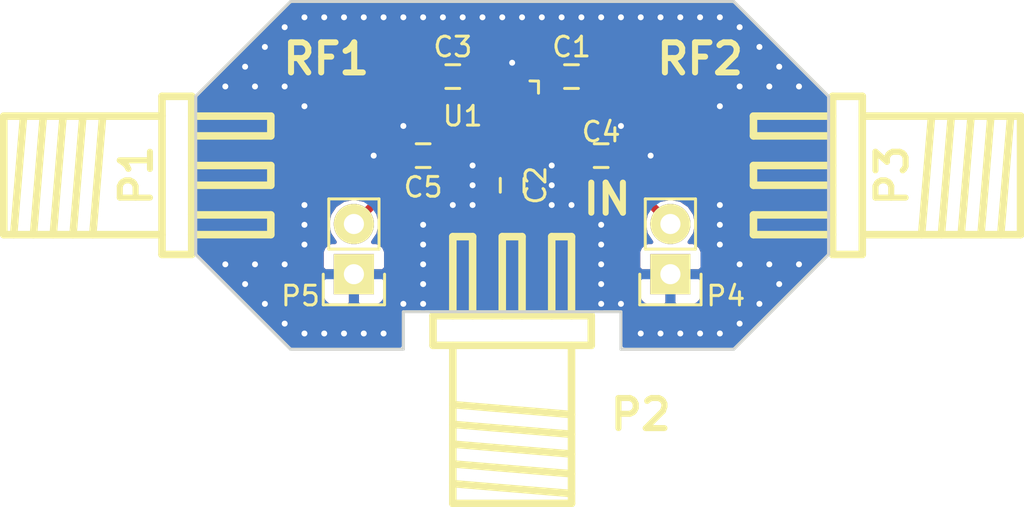
<source format=kicad_pcb>
(kicad_pcb (version 4) (host pcbnew 4.0.2+dfsg1-stable)

  (general
    (links 32)
    (no_connects 0)
    (area 118.909499 95.099999 171.090501 120.990501)
    (thickness 1.6)
    (drawings 12)
    (tracks 235)
    (zones 0)
    (modules 11)
    (nets 10)
  )

  (page A4)
  (layers
    (0 F.Cu signal)
    (31 B.Cu signal)
    (32 B.Adhes user)
    (33 F.Adhes user)
    (34 B.Paste user hide)
    (35 F.Paste user hide)
    (36 B.SilkS user)
    (37 F.SilkS user)
    (38 B.Mask user)
    (39 F.Mask user)
    (40 Dwgs.User user)
    (41 Cmts.User user)
    (42 Eco1.User user)
    (43 Eco2.User user)
    (44 Edge.Cuts user)
    (45 Margin user)
    (46 B.CrtYd user)
    (47 F.CrtYd user)
    (48 B.Fab user hide)
    (49 F.Fab user hide)
  )

  (setup
    (last_trace_width 1)
    (user_trace_width 0.4)
    (user_trace_width 1)
    (trace_clearance 0.2)
    (zone_clearance 0.2)
    (zone_45_only yes)
    (trace_min 0.2)
    (segment_width 0.2)
    (edge_width 0.15)
    (via_size 0.7)
    (via_drill 0.3)
    (via_min_size 0.4)
    (via_min_drill 0.3)
    (user_via 1 0.4)
    (uvia_size 0.3)
    (uvia_drill 0.1)
    (uvias_allowed no)
    (uvia_min_size 0.2)
    (uvia_min_drill 0.1)
    (pcb_text_width 0.3)
    (pcb_text_size 1.5 1.5)
    (mod_edge_width 0.15)
    (mod_text_size 1 1)
    (mod_text_width 0.15)
    (pad_size 1.524 4.064)
    (pad_drill 0)
    (pad_to_mask_clearance 0.2)
    (aux_axis_origin 129 113)
    (visible_elements FFFFFF7F)
    (pcbplotparams
      (layerselection 0x010f0_80000001)
      (usegerberextensions false)
      (excludeedgelayer true)
      (linewidth 0.100000)
      (plotframeref false)
      (viasonmask false)
      (mode 1)
      (useauxorigin true)
      (hpglpennumber 1)
      (hpglpenspeed 20)
      (hpglpendiameter 15)
      (hpglpenoverlay 2)
      (psnegative false)
      (psa4output false)
      (plotreference true)
      (plotvalue true)
      (plotinvisibletext false)
      (padsonsilk false)
      (subtractmaskfromsilk false)
      (outputformat 1)
      (mirror false)
      (drillshape 0)
      (scaleselection 1)
      (outputdirectory gerber))
  )

  (net 0 "")
  (net 1 GND)
  (net 2 "Net-(C1-Pad1)")
  (net 3 "Net-(C3-Pad1)")
  (net 4 "Net-(C2-Pad1)")
  (net 5 "Net-(C1-Pad2)")
  (net 6 "Net-(C2-Pad2)")
  (net 7 "Net-(C3-Pad2)")
  (net 8 VC1)
  (net 9 VC2)

  (net_class Default "This is the default net class."
    (clearance 0.2)
    (trace_width 0.2)
    (via_dia 0.7)
    (via_drill 0.3)
    (uvia_dia 0.3)
    (uvia_drill 0.1)
    (add_net GND)
    (add_net "Net-(C1-Pad1)")
    (add_net "Net-(C1-Pad2)")
    (add_net "Net-(C2-Pad1)")
    (add_net "Net-(C2-Pad2)")
    (add_net "Net-(C3-Pad1)")
    (add_net "Net-(C3-Pad2)")
    (add_net VC1)
    (add_net VC2)
  )

  (module Microwave:CON-SMA-EDGE (layer F.Cu) (tedit 58D54585) (tstamp 58D2DC1C)
    (at 158.7 104 90)
    (path /58D2C25A)
    (fp_text reference P3 (at 0 5.5 270) (layer F.SilkS)
      (effects (font (thickness 0.3048)))
    )
    (fp_text value RF2 (at 5.9 -4.2 180) (layer F.SilkS)
      (effects (font (thickness 0.3048)))
    )
    (fp_line (start 3 9.5) (end -3 9) (layer F.SilkS) (width 0.381))
    (fp_line (start -3 8) (end 3 8.5) (layer F.SilkS) (width 0.381))
    (fp_line (start 3 7.5) (end -3 7) (layer F.SilkS) (width 0.381))
    (fp_line (start -4 4) (end -4.0005 2.49936) (layer F.SilkS) (width 0.381))
    (fp_line (start 4 4) (end 4.0005 2.49936) (layer F.SilkS) (width 0.381))
    (fp_line (start -4 4) (end 4 4) (layer F.SilkS) (width 0.381))
    (fp_line (start 1.99898 2.49936) (end 1.99898 -1.50114) (layer F.SilkS) (width 0.381))
    (fp_line (start 1.99898 -1.50114) (end 2.99974 -1.50114) (layer F.SilkS) (width 0.381))
    (fp_line (start 2.99974 -1.50114) (end 2.99974 2.49936) (layer F.SilkS) (width 0.381))
    (fp_line (start -0.50038 2.49936) (end -0.50038 -1.50114) (layer F.SilkS) (width 0.381))
    (fp_line (start -0.50038 -1.50114) (end 0.50038 -1.50114) (layer F.SilkS) (width 0.381))
    (fp_line (start 0.50038 -1.50114) (end 0.50038 2.49936) (layer F.SilkS) (width 0.381))
    (fp_line (start -2.99974 2.49936) (end -2.99974 -1.50114) (layer F.SilkS) (width 0.381))
    (fp_line (start -2.99974 -1.50114) (end -1.99898 -1.50114) (layer F.SilkS) (width 0.381))
    (fp_line (start -1.99898 -1.50114) (end -1.99898 2.49936) (layer F.SilkS) (width 0.381))
    (fp_line (start -3 12) (end -3 4) (layer F.SilkS) (width 0.381))
    (fp_line (start -4.0005 2.49936) (end 4.0005 2.49936) (layer F.SilkS) (width 0.381))
    (fp_line (start 3 4) (end 3 12) (layer F.SilkS) (width 0.381))
    (fp_line (start 3 12) (end -3 12) (layer F.SilkS) (width 0.381))
    (fp_line (start 3 10.5) (end -3 10) (layer F.SilkS) (width 0.381))
    (fp_line (start 3 11.5) (end -3 11) (layer F.SilkS) (width 0.381))
    (pad 1 smd rect (at 0 0 90) (size 1.524 4.064) (layers F.Cu F.Paste F.Mask)
      (net 5 "Net-(C1-Pad2)"))
    (pad 2 smd rect (at -2.77 0 90) (size 1.524 4.064) (layers F.Cu F.Paste F.Mask)
      (net 1 GND))
    (pad 2 smd rect (at 2.77 0 90) (size 1.524 4.064) (layers F.Cu F.Paste F.Mask)
      (net 1 GND))
    (pad 2 smd rect (at -2.77 0 90) (size 1.524 4.064) (layers B.Cu B.Paste B.Mask)
      (net 1 GND) (zone_connect 2))
    (pad 2 smd rect (at 2.77 0 90) (size 1.524 4.064) (layers B.Cu B.Paste B.Mask)
      (net 1 GND) (zone_connect 2))
  )

  (module Microwave:CON-SMA-EDGE (layer F.Cu) (tedit 58D54596) (tstamp 58D2DBFF)
    (at 131.3 104 270)
    (path /58D2C13B)
    (fp_text reference P1 (at 0 5.3 450) (layer F.SilkS)
      (effects (font (thickness 0.3048)))
    )
    (fp_text value RF1 (at -5.9 -4.3 360) (layer F.SilkS)
      (effects (font (thickness 0.3048)))
    )
    (fp_line (start 3 9.5) (end -3 9) (layer F.SilkS) (width 0.381))
    (fp_line (start -3 8) (end 3 8.5) (layer F.SilkS) (width 0.381))
    (fp_line (start 3 7.5) (end -3 7) (layer F.SilkS) (width 0.381))
    (fp_line (start -4 4) (end -4.0005 2.49936) (layer F.SilkS) (width 0.381))
    (fp_line (start 4 4) (end 4.0005 2.49936) (layer F.SilkS) (width 0.381))
    (fp_line (start -4 4) (end 4 4) (layer F.SilkS) (width 0.381))
    (fp_line (start 1.99898 2.49936) (end 1.99898 -1.50114) (layer F.SilkS) (width 0.381))
    (fp_line (start 1.99898 -1.50114) (end 2.99974 -1.50114) (layer F.SilkS) (width 0.381))
    (fp_line (start 2.99974 -1.50114) (end 2.99974 2.49936) (layer F.SilkS) (width 0.381))
    (fp_line (start -0.50038 2.49936) (end -0.50038 -1.50114) (layer F.SilkS) (width 0.381))
    (fp_line (start -0.50038 -1.50114) (end 0.50038 -1.50114) (layer F.SilkS) (width 0.381))
    (fp_line (start 0.50038 -1.50114) (end 0.50038 2.49936) (layer F.SilkS) (width 0.381))
    (fp_line (start -2.99974 2.49936) (end -2.99974 -1.50114) (layer F.SilkS) (width 0.381))
    (fp_line (start -2.99974 -1.50114) (end -1.99898 -1.50114) (layer F.SilkS) (width 0.381))
    (fp_line (start -1.99898 -1.50114) (end -1.99898 2.49936) (layer F.SilkS) (width 0.381))
    (fp_line (start -3 12) (end -3 4) (layer F.SilkS) (width 0.381))
    (fp_line (start -4.0005 2.49936) (end 4.0005 2.49936) (layer F.SilkS) (width 0.381))
    (fp_line (start 3 4) (end 3 12) (layer F.SilkS) (width 0.381))
    (fp_line (start 3 12) (end -3 12) (layer F.SilkS) (width 0.381))
    (fp_line (start 3 10.5) (end -3 10) (layer F.SilkS) (width 0.381))
    (fp_line (start 3 11.5) (end -3 11) (layer F.SilkS) (width 0.381))
    (pad 1 smd rect (at 0 0 270) (size 1.524 4.064) (layers F.Cu F.Paste F.Mask)
      (net 3 "Net-(C3-Pad1)"))
    (pad 2 smd rect (at -2.77 0 270) (size 1.524 4.064) (layers F.Cu F.Paste F.Mask)
      (net 1 GND))
    (pad 2 smd rect (at 2.77 0 270) (size 1.524 4.064) (layers F.Cu F.Paste F.Mask)
      (net 1 GND))
    (pad 2 smd rect (at -2.77 0 270) (size 1.524 4.064) (layers B.Cu B.Paste B.Mask)
      (net 1 GND) (zone_connect 2))
    (pad 2 smd rect (at 2.77 0 270) (size 1.524 4.064) (layers B.Cu B.Paste B.Mask)
      (net 1 GND) (zone_connect 2))
  )

  (module Capacitors_SMD:C_0603_HandSoldering (layer F.Cu) (tedit 541A9B4D) (tstamp 58D664C4)
    (at 148 99)
    (descr "Capacitor SMD 0603, hand soldering")
    (tags "capacitor 0603")
    (path /58D54398)
    (attr smd)
    (fp_text reference C1 (at 0 -1.5) (layer F.SilkS)
      (effects (font (size 1 1) (thickness 0.15)))
    )
    (fp_text value 1n (at 0 1.9) (layer F.Fab)
      (effects (font (size 1 1) (thickness 0.15)))
    )
    (fp_line (start -1.85 -0.75) (end 1.85 -0.75) (layer F.CrtYd) (width 0.05))
    (fp_line (start -1.85 0.75) (end 1.85 0.75) (layer F.CrtYd) (width 0.05))
    (fp_line (start -1.85 -0.75) (end -1.85 0.75) (layer F.CrtYd) (width 0.05))
    (fp_line (start 1.85 -0.75) (end 1.85 0.75) (layer F.CrtYd) (width 0.05))
    (fp_line (start -0.35 -0.6) (end 0.35 -0.6) (layer F.SilkS) (width 0.15))
    (fp_line (start 0.35 0.6) (end -0.35 0.6) (layer F.SilkS) (width 0.15))
    (pad 1 smd rect (at -0.95 0) (size 1.2 0.75) (layers F.Cu F.Paste F.Mask)
      (net 2 "Net-(C1-Pad1)"))
    (pad 2 smd rect (at 0.95 0) (size 1.2 0.75) (layers F.Cu F.Paste F.Mask)
      (net 5 "Net-(C1-Pad2)"))
    (model Capacitors_SMD.3dshapes/C_0603_HandSoldering.wrl
      (at (xyz 0 0 0))
      (scale (xyz 1 1 1))
      (rotate (xyz 0 0 0))
    )
  )

  (module Capacitors_SMD:C_0603_HandSoldering (layer F.Cu) (tedit 541A9B4D) (tstamp 58D664CA)
    (at 145 104.5 270)
    (descr "Capacitor SMD 0603, hand soldering")
    (tags "capacitor 0603")
    (path /58D66CDB)
    (attr smd)
    (fp_text reference C2 (at 0 -1.2 270) (layer F.SilkS)
      (effects (font (size 1 1) (thickness 0.15)))
    )
    (fp_text value 1n (at 0 1.9 270) (layer F.Fab)
      (effects (font (size 1 1) (thickness 0.15)))
    )
    (fp_line (start -1.85 -0.75) (end 1.85 -0.75) (layer F.CrtYd) (width 0.05))
    (fp_line (start -1.85 0.75) (end 1.85 0.75) (layer F.CrtYd) (width 0.05))
    (fp_line (start -1.85 -0.75) (end -1.85 0.75) (layer F.CrtYd) (width 0.05))
    (fp_line (start 1.85 -0.75) (end 1.85 0.75) (layer F.CrtYd) (width 0.05))
    (fp_line (start -0.35 -0.6) (end 0.35 -0.6) (layer F.SilkS) (width 0.15))
    (fp_line (start 0.35 0.6) (end -0.35 0.6) (layer F.SilkS) (width 0.15))
    (pad 1 smd rect (at -0.95 0 270) (size 1.2 0.75) (layers F.Cu F.Paste F.Mask)
      (net 4 "Net-(C2-Pad1)"))
    (pad 2 smd rect (at 0.95 0 270) (size 1.2 0.75) (layers F.Cu F.Paste F.Mask)
      (net 6 "Net-(C2-Pad2)"))
    (model Capacitors_SMD.3dshapes/C_0603_HandSoldering.wrl
      (at (xyz 0 0 0))
      (scale (xyz 1 1 1))
      (rotate (xyz 0 0 0))
    )
  )

  (module Capacitors_SMD:C_0603_HandSoldering (layer F.Cu) (tedit 541A9B4D) (tstamp 58D664D0)
    (at 142 99)
    (descr "Capacitor SMD 0603, hand soldering")
    (tags "capacitor 0603")
    (path /58D66464)
    (attr smd)
    (fp_text reference C3 (at 0 -1.5) (layer F.SilkS)
      (effects (font (size 1 1) (thickness 0.15)))
    )
    (fp_text value 1n (at 0 1.9) (layer F.Fab)
      (effects (font (size 1 1) (thickness 0.15)))
    )
    (fp_line (start -1.85 -0.75) (end 1.85 -0.75) (layer F.CrtYd) (width 0.05))
    (fp_line (start -1.85 0.75) (end 1.85 0.75) (layer F.CrtYd) (width 0.05))
    (fp_line (start -1.85 -0.75) (end -1.85 0.75) (layer F.CrtYd) (width 0.05))
    (fp_line (start 1.85 -0.75) (end 1.85 0.75) (layer F.CrtYd) (width 0.05))
    (fp_line (start -0.35 -0.6) (end 0.35 -0.6) (layer F.SilkS) (width 0.15))
    (fp_line (start 0.35 0.6) (end -0.35 0.6) (layer F.SilkS) (width 0.15))
    (pad 1 smd rect (at -0.95 0) (size 1.2 0.75) (layers F.Cu F.Paste F.Mask)
      (net 3 "Net-(C3-Pad1)"))
    (pad 2 smd rect (at 0.95 0) (size 1.2 0.75) (layers F.Cu F.Paste F.Mask)
      (net 7 "Net-(C3-Pad2)"))
    (model Capacitors_SMD.3dshapes/C_0603_HandSoldering.wrl
      (at (xyz 0 0 0))
      (scale (xyz 1 1 1))
      (rotate (xyz 0 0 0))
    )
  )

  (module Capacitors_SMD:C_0603_HandSoldering (layer F.Cu) (tedit 541A9B4D) (tstamp 58D664D6)
    (at 149.5 103)
    (descr "Capacitor SMD 0603, hand soldering")
    (tags "capacitor 0603")
    (path /58D67203)
    (attr smd)
    (fp_text reference C4 (at 0 -1.2) (layer F.SilkS)
      (effects (font (size 1 1) (thickness 0.15)))
    )
    (fp_text value 1n (at 0 1.9) (layer F.Fab)
      (effects (font (size 1 1) (thickness 0.15)))
    )
    (fp_line (start -1.85 -0.75) (end 1.85 -0.75) (layer F.CrtYd) (width 0.05))
    (fp_line (start -1.85 0.75) (end 1.85 0.75) (layer F.CrtYd) (width 0.05))
    (fp_line (start -1.85 -0.75) (end -1.85 0.75) (layer F.CrtYd) (width 0.05))
    (fp_line (start 1.85 -0.75) (end 1.85 0.75) (layer F.CrtYd) (width 0.05))
    (fp_line (start -0.35 -0.6) (end 0.35 -0.6) (layer F.SilkS) (width 0.15))
    (fp_line (start 0.35 0.6) (end -0.35 0.6) (layer F.SilkS) (width 0.15))
    (pad 1 smd rect (at -0.95 0) (size 1.2 0.75) (layers F.Cu F.Paste F.Mask)
      (net 8 VC1))
    (pad 2 smd rect (at 0.95 0) (size 1.2 0.75) (layers F.Cu F.Paste F.Mask)
      (net 1 GND))
    (model Capacitors_SMD.3dshapes/C_0603_HandSoldering.wrl
      (at (xyz 0 0 0))
      (scale (xyz 1 1 1))
      (rotate (xyz 0 0 0))
    )
  )

  (module Capacitors_SMD:C_0603_HandSoldering (layer F.Cu) (tedit 541A9B4D) (tstamp 58D664DC)
    (at 140.5 103 180)
    (descr "Capacitor SMD 0603, hand soldering")
    (tags "capacitor 0603")
    (path /58D67090)
    (attr smd)
    (fp_text reference C5 (at 0 -1.6 180) (layer F.SilkS)
      (effects (font (size 1 1) (thickness 0.15)))
    )
    (fp_text value 1n (at 0 1.9 180) (layer F.Fab)
      (effects (font (size 1 1) (thickness 0.15)))
    )
    (fp_line (start -1.85 -0.75) (end 1.85 -0.75) (layer F.CrtYd) (width 0.05))
    (fp_line (start -1.85 0.75) (end 1.85 0.75) (layer F.CrtYd) (width 0.05))
    (fp_line (start -1.85 -0.75) (end -1.85 0.75) (layer F.CrtYd) (width 0.05))
    (fp_line (start 1.85 -0.75) (end 1.85 0.75) (layer F.CrtYd) (width 0.05))
    (fp_line (start -0.35 -0.6) (end 0.35 -0.6) (layer F.SilkS) (width 0.15))
    (fp_line (start 0.35 0.6) (end -0.35 0.6) (layer F.SilkS) (width 0.15))
    (pad 1 smd rect (at -0.95 0 180) (size 1.2 0.75) (layers F.Cu F.Paste F.Mask)
      (net 9 VC2))
    (pad 2 smd rect (at 0.95 0 180) (size 1.2 0.75) (layers F.Cu F.Paste F.Mask)
      (net 1 GND))
    (model Capacitors_SMD.3dshapes/C_0603_HandSoldering.wrl
      (at (xyz 0 0 0))
      (scale (xyz 1 1 1))
      (rotate (xyz 0 0 0))
    )
  )

  (module Microwave:CON-SMA-EDGE (layer F.Cu) (tedit 58D6888A) (tstamp 58D665A8)
    (at 145 108.6)
    (path /58D664E6)
    (fp_text reference P2 (at 6.5 7.5) (layer F.SilkS)
      (effects (font (thickness 0.3048)))
    )
    (fp_text value IN (at 4.8 -3.4 180) (layer F.SilkS)
      (effects (font (thickness 0.3048)))
    )
    (fp_line (start 3 9.5) (end -3 9) (layer F.SilkS) (width 0.381))
    (fp_line (start -3 8) (end 3 8.5) (layer F.SilkS) (width 0.381))
    (fp_line (start 3 7.5) (end -3 7) (layer F.SilkS) (width 0.381))
    (fp_line (start -4 4) (end -4.0005 2.49936) (layer F.SilkS) (width 0.381))
    (fp_line (start 4 4) (end 4.0005 2.49936) (layer F.SilkS) (width 0.381))
    (fp_line (start -4 4) (end 4 4) (layer F.SilkS) (width 0.381))
    (fp_line (start 1.99898 2.49936) (end 1.99898 -1.50114) (layer F.SilkS) (width 0.381))
    (fp_line (start 1.99898 -1.50114) (end 2.99974 -1.50114) (layer F.SilkS) (width 0.381))
    (fp_line (start 2.99974 -1.50114) (end 2.99974 2.49936) (layer F.SilkS) (width 0.381))
    (fp_line (start -0.50038 2.49936) (end -0.50038 -1.50114) (layer F.SilkS) (width 0.381))
    (fp_line (start -0.50038 -1.50114) (end 0.50038 -1.50114) (layer F.SilkS) (width 0.381))
    (fp_line (start 0.50038 -1.50114) (end 0.50038 2.49936) (layer F.SilkS) (width 0.381))
    (fp_line (start -2.99974 2.49936) (end -2.99974 -1.50114) (layer F.SilkS) (width 0.381))
    (fp_line (start -2.99974 -1.50114) (end -1.99898 -1.50114) (layer F.SilkS) (width 0.381))
    (fp_line (start -1.99898 -1.50114) (end -1.99898 2.49936) (layer F.SilkS) (width 0.381))
    (fp_line (start -3 12) (end -3 4) (layer F.SilkS) (width 0.381))
    (fp_line (start -4.0005 2.49936) (end 4.0005 2.49936) (layer F.SilkS) (width 0.381))
    (fp_line (start 3 4) (end 3 12) (layer F.SilkS) (width 0.381))
    (fp_line (start 3 12) (end -3 12) (layer F.SilkS) (width 0.381))
    (fp_line (start 3 10.5) (end -3 10) (layer F.SilkS) (width 0.381))
    (fp_line (start 3 11.5) (end -3 11) (layer F.SilkS) (width 0.381))
    (pad 1 smd rect (at 0 0) (size 1.524 4.064) (layers F.Cu F.Paste F.Mask)
      (net 6 "Net-(C2-Pad2)"))
    (pad 2 smd rect (at -2.77 0) (size 1.524 4.064) (layers F.Cu F.Paste F.Mask)
      (net 1 GND))
    (pad 2 smd rect (at 2.77 0) (size 1.524 4.064) (layers F.Cu F.Paste F.Mask)
      (net 1 GND))
    (pad 2 smd rect (at -2.77 0) (size 1.524 4.064) (layers B.Cu B.Paste B.Mask)
      (net 1 GND) (zone_connect 2))
    (pad 2 smd rect (at 2.77 0) (size 1.524 4.064) (layers B.Cu B.Paste B.Mask)
      (net 1 GND) (zone_connect 2))
  )

  (module Pin_Headers:Pin_Header_Straight_1x02 (layer F.Cu) (tedit 54EA090C) (tstamp 58D668D9)
    (at 153 109 180)
    (descr "Through hole pin header")
    (tags "pin header")
    (path /58D67DE6)
    (fp_text reference P4 (at -2.8 -1.1 180) (layer F.SilkS)
      (effects (font (size 1 1) (thickness 0.15)))
    )
    (fp_text value VC1 (at 0 -3.1 180) (layer F.Fab)
      (effects (font (size 1 1) (thickness 0.15)))
    )
    (fp_line (start 1.27 1.27) (end 1.27 3.81) (layer F.SilkS) (width 0.15))
    (fp_line (start 1.55 -1.55) (end 1.55 0) (layer F.SilkS) (width 0.15))
    (fp_line (start -1.75 -1.75) (end -1.75 4.3) (layer F.CrtYd) (width 0.05))
    (fp_line (start 1.75 -1.75) (end 1.75 4.3) (layer F.CrtYd) (width 0.05))
    (fp_line (start -1.75 -1.75) (end 1.75 -1.75) (layer F.CrtYd) (width 0.05))
    (fp_line (start -1.75 4.3) (end 1.75 4.3) (layer F.CrtYd) (width 0.05))
    (fp_line (start 1.27 1.27) (end -1.27 1.27) (layer F.SilkS) (width 0.15))
    (fp_line (start -1.55 0) (end -1.55 -1.55) (layer F.SilkS) (width 0.15))
    (fp_line (start -1.55 -1.55) (end 1.55 -1.55) (layer F.SilkS) (width 0.15))
    (fp_line (start -1.27 1.27) (end -1.27 3.81) (layer F.SilkS) (width 0.15))
    (fp_line (start -1.27 3.81) (end 1.27 3.81) (layer F.SilkS) (width 0.15))
    (pad 1 thru_hole rect (at 0 0 180) (size 2.032 2.032) (drill 1.016) (layers *.Cu *.Mask F.SilkS)
      (net 1 GND))
    (pad 2 thru_hole oval (at 0 2.54 180) (size 2.032 2.032) (drill 1.016) (layers *.Cu *.Mask F.SilkS)
      (net 8 VC1))
    (model Pin_Headers.3dshapes/Pin_Header_Straight_1x02.wrl
      (at (xyz 0 -0.05 0))
      (scale (xyz 1 1 1))
      (rotate (xyz 0 0 90))
    )
  )

  (module Pin_Headers:Pin_Header_Straight_1x02 (layer F.Cu) (tedit 54EA090C) (tstamp 58D668DF)
    (at 137 109 180)
    (descr "Through hole pin header")
    (tags "pin header")
    (path /58D67F39)
    (fp_text reference P5 (at 2.7 -1.1 180) (layer F.SilkS)
      (effects (font (size 1 1) (thickness 0.15)))
    )
    (fp_text value VC2 (at 0 -3.1 180) (layer F.Fab)
      (effects (font (size 1 1) (thickness 0.15)))
    )
    (fp_line (start 1.27 1.27) (end 1.27 3.81) (layer F.SilkS) (width 0.15))
    (fp_line (start 1.55 -1.55) (end 1.55 0) (layer F.SilkS) (width 0.15))
    (fp_line (start -1.75 -1.75) (end -1.75 4.3) (layer F.CrtYd) (width 0.05))
    (fp_line (start 1.75 -1.75) (end 1.75 4.3) (layer F.CrtYd) (width 0.05))
    (fp_line (start -1.75 -1.75) (end 1.75 -1.75) (layer F.CrtYd) (width 0.05))
    (fp_line (start -1.75 4.3) (end 1.75 4.3) (layer F.CrtYd) (width 0.05))
    (fp_line (start 1.27 1.27) (end -1.27 1.27) (layer F.SilkS) (width 0.15))
    (fp_line (start -1.55 0) (end -1.55 -1.55) (layer F.SilkS) (width 0.15))
    (fp_line (start -1.55 -1.55) (end 1.55 -1.55) (layer F.SilkS) (width 0.15))
    (fp_line (start -1.27 1.27) (end -1.27 3.81) (layer F.SilkS) (width 0.15))
    (fp_line (start -1.27 3.81) (end 1.27 3.81) (layer F.SilkS) (width 0.15))
    (pad 1 thru_hole rect (at 0 0 180) (size 2.032 2.032) (drill 1.016) (layers *.Cu *.Mask F.SilkS)
      (net 1 GND))
    (pad 2 thru_hole oval (at 0 2.54 180) (size 2.032 2.032) (drill 1.016) (layers *.Cu *.Mask F.SilkS)
      (net 9 VC2))
    (model Pin_Headers.3dshapes/Pin_Header_Straight_1x02.wrl
      (at (xyz 0 -0.05 0))
      (scale (xyz 1 1 1))
      (rotate (xyz 0 0 90))
    )
  )

  (module Microwave:SwitchMulti (layer F.Cu) (tedit 58D683DD) (tstamp 58D685FE)
    (at 145 101 180)
    (descr SC-70-6,)
    (tags SC-70-6,)
    (path /58D6677D)
    (attr smd)
    (fp_text reference U1 (at 2.5 0 180) (layer F.SilkS)
      (effects (font (size 1 1) (thickness 0.15)))
    )
    (fp_text value CG2179M2 (at 0.04064 4.191 180) (layer F.Fab)
      (effects (font (size 1 1) (thickness 0.15)))
    )
    (fp_line (start -1.33096 1.16078) (end -1.33096 1.77038) (layer F.SilkS) (width 0.15))
    (fp_line (start -1.33096 1.77038) (end -0.89916 1.78054) (layer F.SilkS) (width 0.15))
    (pad 1 smd rect (at -0.65024 0.94996 180) (size 0.39878 0.7493) (layers F.Cu F.Paste F.Mask)
      (net 2 "Net-(C1-Pad1)"))
    (pad 2 smd rect (at 0 0.94996 180) (size 0.39878 0.7493) (layers F.Cu F.Paste F.Mask)
      (net 1 GND))
    (pad 3 smd rect (at 0.65024 0.94996 180) (size 0.39878 0.7493) (layers F.Cu F.Paste F.Mask)
      (net 7 "Net-(C3-Pad2)"))
    (pad 4 smd rect (at 0.65024 -0.94996 180) (size 0.39878 0.7493) (layers F.Cu F.Paste F.Mask)
      (net 9 VC2))
    (pad 5 smd rect (at 0 -0.94996 180) (size 0.39878 0.7493) (layers F.Cu F.Paste F.Mask)
      (net 4 "Net-(C2-Pad1)"))
    (pad 6 smd rect (at -0.65024 -0.94996 180) (size 0.39878 0.7493) (layers F.Cu F.Paste F.Mask)
      (net 8 VC1))
    (pad 4 smd rect (at 0.95 -1.4 180) (size 0.4 1) (layers F.Cu F.Paste F.Mask)
      (net 9 VC2))
    (pad 5 smd rect (at 0 -1.4 180) (size 0.4 1) (layers F.Cu F.Paste F.Mask)
      (net 4 "Net-(C2-Pad1)"))
    (pad 6 smd rect (at -0.95 -1.4 180) (size 0.4 1) (layers F.Cu F.Paste F.Mask)
      (net 8 VC1))
    (pad 3 smd rect (at 0.95 1.4 180) (size 0.4 1) (layers F.Cu F.Paste F.Mask)
      (net 7 "Net-(C3-Pad2)"))
    (pad 2 smd rect (at 0 1.4 180) (size 0.4 1) (layers F.Cu F.Paste F.Mask)
      (net 1 GND))
    (pad 1 smd rect (at -0.95 1.4 180) (size 0.4 1) (layers F.Cu F.Paste F.Mask)
      (net 2 "Net-(C1-Pad1)"))
    (model TO_SOT_Packages_SMD.3dshapes/SC-70-6.wrl
      (at (xyz 0 0 0))
      (scale (xyz 1 1 1))
      (rotate (xyz 0 0 0))
    )
  )

  (gr_line (start 139.5 110.9) (end 139.5 112.8) (layer Edge.Cuts) (width 0.15))
  (gr_line (start 150.5 110.9) (end 139.5 110.9) (layer Edge.Cuts) (width 0.15))
  (gr_line (start 150.5 112.8) (end 150.5 110.9) (layer Edge.Cuts) (width 0.15))
  (gr_line (start 139.5 112.8) (end 133.8 112.8) (layer Edge.Cuts) (width 0.15) (tstamp 58D6664F))
  (gr_line (start 161 100) (end 156.2 95.2) (layer Edge.Cuts) (width 0.15))
  (gr_line (start 161 108) (end 156.2 112.8) (layer Edge.Cuts) (width 0.15))
  (gr_line (start 129 100) (end 133.8 95.2) (layer Edge.Cuts) (width 0.15))
  (gr_line (start 129 108) (end 133.8 112.8) (layer Edge.Cuts) (width 0.15))
  (gr_line (start 129 108) (end 129 100) (layer Edge.Cuts) (width 0.15))
  (gr_line (start 156.2 112.8) (end 150.5 112.8) (layer Edge.Cuts) (width 0.15))
  (gr_line (start 161 100) (end 161 108) (layer Edge.Cuts) (width 0.15))
  (gr_line (start 133.8 95.2) (end 156.2 95.2) (layer Edge.Cuts) (width 0.15))

  (segment (start 145 98.3) (end 145 97.2) (width 1) (layer F.Cu) (net 1))
  (segment (start 145 99.6) (end 145 98.3) (width 0.4) (layer F.Cu) (net 1))
  (via (at 145 98.3) (size 0.7) (drill 0.3) (layers F.Cu B.Cu) (net 1))
  (segment (start 159.5 108.5) (end 158.9 108.5) (width 0.2) (layer F.Cu) (net 1))
  (segment (start 158.9 108.5) (end 158.7 108.3) (width 0.2) (layer F.Cu) (net 1))
  (segment (start 158.7 108.3) (end 158.7 106.77) (width 0.2) (layer F.Cu) (net 1))
  (segment (start 150.45 103) (end 150.45 101.55) (width 0.2) (layer F.Cu) (net 1))
  (segment (start 150.45 101.55) (end 150.5 101.5) (width 0.2) (layer F.Cu) (net 1))
  (via (at 150.5 101.5) (size 0.7) (drill 0.3) (layers F.Cu B.Cu) (net 1))
  (segment (start 139.55 103) (end 139.55 101.55) (width 0.2) (layer F.Cu) (net 1))
  (segment (start 139.55 101.55) (end 139.5 101.5) (width 0.2) (layer F.Cu) (net 1))
  (via (at 139.5 101.5) (size 0.7) (drill 0.3) (layers F.Cu B.Cu) (net 1))
  (segment (start 133.5 99.5) (end 134.5 100.5) (width 0.2) (layer F.Cu) (net 1))
  (via (at 134.5 100.5) (size 0.7) (drill 0.3) (layers F.Cu B.Cu) (net 1))
  (segment (start 132 99.5) (end 133.5 99.5) (width 0.2) (layer B.Cu) (net 1))
  (via (at 133.5 99.5) (size 0.7) (drill 0.3) (layers F.Cu B.Cu) (net 1))
  (segment (start 131.3 101.23) (end 131.3 100.2) (width 0.2) (layer F.Cu) (net 1))
  (segment (start 131.3 100.2) (end 132 99.5) (width 0.2) (layer F.Cu) (net 1))
  (via (at 132 99.5) (size 0.7) (drill 0.3) (layers F.Cu B.Cu) (net 1))
  (segment (start 134.5 106.5) (end 134.5 105.5) (width 0.2) (layer F.Cu) (net 1))
  (via (at 134.5 105.5) (size 0.7) (drill 0.3) (layers F.Cu B.Cu) (net 1))
  (segment (start 134.5 107.5) (end 134.5 106.5) (width 0.2) (layer B.Cu) (net 1))
  (via (at 134.5 106.5) (size 0.7) (drill 0.3) (layers F.Cu B.Cu) (net 1))
  (segment (start 133.5 108.5) (end 134.5 107.5) (width 0.2) (layer F.Cu) (net 1))
  (via (at 134.5 107.5) (size 0.7) (drill 0.3) (layers F.Cu B.Cu) (net 1))
  (segment (start 132 108.5) (end 133.5 108.5) (width 0.2) (layer B.Cu) (net 1))
  (via (at 133.5 108.5) (size 0.7) (drill 0.3) (layers F.Cu B.Cu) (net 1))
  (segment (start 131.3 106.77) (end 131.3 107.8) (width 0.2) (layer F.Cu) (net 1))
  (segment (start 131.3 107.8) (end 132 108.5) (width 0.2) (layer F.Cu) (net 1))
  (via (at 132 108.5) (size 0.7) (drill 0.3) (layers F.Cu B.Cu) (net 1))
  (segment (start 155.5 106.5) (end 155.5 105.5) (width 0.2) (layer F.Cu) (net 1))
  (via (at 155.5 105.5) (size 0.7) (drill 0.3) (layers F.Cu B.Cu) (net 1))
  (segment (start 155.5 107.5) (end 155.5 106.5) (width 0.2) (layer B.Cu) (net 1))
  (via (at 155.5 106.5) (size 0.7) (drill 0.3) (layers F.Cu B.Cu) (net 1))
  (segment (start 156.5 108.5) (end 155.5 107.5) (width 0.2) (layer F.Cu) (net 1))
  (via (at 155.5 107.5) (size 0.7) (drill 0.3) (layers F.Cu B.Cu) (net 1))
  (segment (start 158 108.5) (end 156.5 108.5) (width 0.2) (layer B.Cu) (net 1))
  (via (at 156.5 108.5) (size 0.7) (drill 0.3) (layers F.Cu B.Cu) (net 1))
  (segment (start 158.7 106.77) (end 158.7 107.8) (width 0.2) (layer F.Cu) (net 1))
  (segment (start 158.7 107.8) (end 158 108.5) (width 0.2) (layer F.Cu) (net 1))
  (via (at 158 108.5) (size 0.7) (drill 0.3) (layers F.Cu B.Cu) (net 1))
  (segment (start 156.5 99.5) (end 155.5 100.5) (width 0.2) (layer F.Cu) (net 1))
  (via (at 155.5 100.5) (size 0.7) (drill 0.3) (layers F.Cu B.Cu) (net 1))
  (segment (start 158 99.5) (end 156.5 99.5) (width 0.2) (layer B.Cu) (net 1))
  (via (at 156.5 99.5) (size 0.7) (drill 0.3) (layers F.Cu B.Cu) (net 1))
  (segment (start 158.7 101.23) (end 158.7 100.2) (width 0.2) (layer F.Cu) (net 1))
  (segment (start 158.7 100.2) (end 158 99.5) (width 0.2) (layer F.Cu) (net 1))
  (via (at 158 99.5) (size 0.7) (drill 0.3) (layers F.Cu B.Cu) (net 1))
  (segment (start 147 104.5) (end 147 103.5) (width 0.2) (layer B.Cu) (net 1))
  (via (at 147 103.5) (size 0.7) (drill 0.3) (layers F.Cu B.Cu) (net 1))
  (segment (start 147 105.5) (end 147 104.5) (width 0.2) (layer F.Cu) (net 1))
  (via (at 147 104.5) (size 0.7) (drill 0.3) (layers F.Cu B.Cu) (net 1))
  (segment (start 148 105.5) (end 147 105.5) (width 0.2) (layer B.Cu) (net 1))
  (via (at 147 105.5) (size 0.7) (drill 0.3) (layers F.Cu B.Cu) (net 1))
  (segment (start 147.77 108.6) (end 147.77 105.73) (width 0.2) (layer F.Cu) (net 1))
  (segment (start 147.77 105.73) (end 148 105.5) (width 0.2) (layer F.Cu) (net 1))
  (via (at 148 105.5) (size 0.7) (drill 0.3) (layers F.Cu B.Cu) (net 1))
  (segment (start 143 104.5) (end 143 103.5) (width 0.2) (layer B.Cu) (net 1))
  (via (at 143 103.5) (size 0.7) (drill 0.3) (layers F.Cu B.Cu) (net 1))
  (segment (start 143 105.5) (end 143 104.5) (width 0.2) (layer F.Cu) (net 1))
  (via (at 143 104.5) (size 0.7) (drill 0.3) (layers F.Cu B.Cu) (net 1))
  (segment (start 142 105.5) (end 143 105.5) (width 0.2) (layer B.Cu) (net 1))
  (via (at 143 105.5) (size 0.7) (drill 0.3) (layers F.Cu B.Cu) (net 1))
  (segment (start 142.23 108.6) (end 142.23 105.73) (width 0.2) (layer F.Cu) (net 1))
  (segment (start 142.23 105.73) (end 142 105.5) (width 0.2) (layer F.Cu) (net 1))
  (via (at 142 105.5) (size 0.7) (drill 0.3) (layers F.Cu B.Cu) (net 1))
  (segment (start 140.5 110.5) (end 139.5 110.5) (width 0.2) (layer B.Cu) (net 1))
  (via (at 139.5 110.5) (size 0.7) (drill 0.3) (layers F.Cu B.Cu) (net 1))
  (segment (start 140.5 109.5) (end 140.5 110.5) (width 0.2) (layer F.Cu) (net 1))
  (via (at 140.5 110.5) (size 0.7) (drill 0.3) (layers F.Cu B.Cu) (net 1))
  (segment (start 140.5 108.5) (end 140.5 109.5) (width 0.2) (layer B.Cu) (net 1))
  (via (at 140.5 109.5) (size 0.7) (drill 0.3) (layers F.Cu B.Cu) (net 1))
  (segment (start 140.5 107.5) (end 140.5 106.5) (width 0.2) (layer F.Cu) (net 1))
  (via (at 140.5 106.5) (size 0.7) (drill 0.3) (layers F.Cu B.Cu) (net 1))
  (segment (start 140.5 108.5) (end 140.5 107.5) (width 0.2) (layer B.Cu) (net 1))
  (via (at 140.5 107.5) (size 0.7) (drill 0.3) (layers F.Cu B.Cu) (net 1))
  (segment (start 142.23 108.6) (end 140.6 108.6) (width 0.2) (layer F.Cu) (net 1))
  (segment (start 140.6 108.6) (end 140.5 108.5) (width 0.2) (layer F.Cu) (net 1))
  (via (at 140.5 108.5) (size 0.7) (drill 0.3) (layers F.Cu B.Cu) (net 1))
  (segment (start 149.5 110.5) (end 150.5 110.5) (width 0.2) (layer B.Cu) (net 1))
  (via (at 150.5 110.5) (size 0.7) (drill 0.3) (layers F.Cu B.Cu) (net 1))
  (segment (start 149.5 109.5) (end 149.5 110.5) (width 0.2) (layer F.Cu) (net 1))
  (via (at 149.5 110.5) (size 0.7) (drill 0.3) (layers F.Cu B.Cu) (net 1))
  (segment (start 149.5 108.5) (end 149.5 109.5) (width 0.2) (layer B.Cu) (net 1))
  (via (at 149.5 109.5) (size 0.7) (drill 0.3) (layers F.Cu B.Cu) (net 1))
  (segment (start 149.5 107.5) (end 149.5 106.5) (width 0.2) (layer F.Cu) (net 1))
  (via (at 149.5 106.5) (size 0.7) (drill 0.3) (layers F.Cu B.Cu) (net 1))
  (segment (start 149.5 108.5) (end 149.5 107.5) (width 0.2) (layer B.Cu) (net 1))
  (via (at 149.5 107.5) (size 0.7) (drill 0.3) (layers F.Cu B.Cu) (net 1))
  (segment (start 147.77 108.6) (end 149.4 108.6) (width 0.2) (layer F.Cu) (net 1))
  (segment (start 149.4 108.6) (end 149.5 108.5) (width 0.2) (layer F.Cu) (net 1))
  (via (at 149.5 108.5) (size 0.7) (drill 0.3) (layers F.Cu B.Cu) (net 1))
  (segment (start 139.55 103) (end 138 103) (width 0.4) (layer F.Cu) (net 1))
  (via (at 138 103) (size 0.7) (drill 0.3) (layers F.Cu B.Cu) (net 1))
  (segment (start 150.45 103) (end 152 103) (width 0.4) (layer F.Cu) (net 1))
  (via (at 152 103) (size 0.7) (drill 0.3) (layers F.Cu B.Cu) (net 1))
  (segment (start 131.5 98.5) (end 130.5 99.5) (width 0.2) (layer B.Cu) (net 1))
  (via (at 130.5 99.5) (size 0.7) (drill 0.3) (layers F.Cu B.Cu) (net 1))
  (segment (start 132.5 97.5) (end 131.5 98.5) (width 0.2) (layer F.Cu) (net 1))
  (via (at 131.5 98.5) (size 0.7) (drill 0.3) (layers F.Cu B.Cu) (net 1))
  (segment (start 133.5 96.5) (end 132.5 97.5) (width 0.2) (layer B.Cu) (net 1))
  (via (at 132.5 97.5) (size 0.7) (drill 0.3) (layers F.Cu B.Cu) (net 1))
  (segment (start 134.5 96) (end 134 96) (width 0.2) (layer F.Cu) (net 1))
  (via (at 133.5 96.5) (size 0.7) (drill 0.3) (layers F.Cu B.Cu) (net 1))
  (segment (start 134 96) (end 133.5 96.5) (width 0.2) (layer F.Cu) (net 1))
  (segment (start 135.5 96) (end 134.5 96) (width 0.2) (layer B.Cu) (net 1))
  (via (at 134.5 96) (size 0.7) (drill 0.3) (layers F.Cu B.Cu) (net 1))
  (segment (start 136.5 96) (end 135.5 96) (width 0.2) (layer F.Cu) (net 1))
  (via (at 135.5 96) (size 0.7) (drill 0.3) (layers F.Cu B.Cu) (net 1))
  (segment (start 137.5 96) (end 136.5 96) (width 0.2) (layer B.Cu) (net 1))
  (via (at 136.5 96) (size 0.7) (drill 0.3) (layers F.Cu B.Cu) (net 1))
  (segment (start 138.5 96) (end 137.5 96) (width 0.2) (layer F.Cu) (net 1))
  (via (at 137.5 96) (size 0.7) (drill 0.3) (layers F.Cu B.Cu) (net 1))
  (segment (start 139.5 96) (end 138.5 96) (width 0.2) (layer B.Cu) (net 1))
  (via (at 138.5 96) (size 0.7) (drill 0.3) (layers F.Cu B.Cu) (net 1))
  (segment (start 140.5 96) (end 139.5 96) (width 0.2) (layer F.Cu) (net 1))
  (via (at 139.5 96) (size 0.7) (drill 0.3) (layers F.Cu B.Cu) (net 1))
  (segment (start 141.5 96) (end 140.5 96) (width 0.2) (layer B.Cu) (net 1))
  (via (at 140.5 96) (size 0.7) (drill 0.3) (layers F.Cu B.Cu) (net 1))
  (segment (start 142.5 96) (end 141.5 96) (width 0.2) (layer F.Cu) (net 1))
  (via (at 141.5 96) (size 0.7) (drill 0.3) (layers F.Cu B.Cu) (net 1))
  (segment (start 143.5 96) (end 142.5 96) (width 0.2) (layer B.Cu) (net 1))
  (via (at 142.5 96) (size 0.7) (drill 0.3) (layers F.Cu B.Cu) (net 1))
  (segment (start 144.5 96) (end 143.5 96) (width 0.2) (layer F.Cu) (net 1))
  (via (at 143.5 96) (size 0.7) (drill 0.3) (layers F.Cu B.Cu) (net 1))
  (segment (start 145.5 96) (end 144.5 96) (width 0.2) (layer B.Cu) (net 1))
  (via (at 144.5 96) (size 0.7) (drill 0.3) (layers F.Cu B.Cu) (net 1))
  (segment (start 146.5 96) (end 145.5 96) (width 0.2) (layer F.Cu) (net 1))
  (via (at 145.5 96) (size 0.7) (drill 0.3) (layers F.Cu B.Cu) (net 1))
  (segment (start 147.5 96) (end 146.5 96) (width 0.2) (layer B.Cu) (net 1))
  (via (at 146.5 96) (size 0.7) (drill 0.3) (layers F.Cu B.Cu) (net 1))
  (segment (start 148.5 96) (end 147.5 96) (width 0.2) (layer F.Cu) (net 1))
  (via (at 147.5 96) (size 0.7) (drill 0.3) (layers F.Cu B.Cu) (net 1))
  (segment (start 149.5 96) (end 148.5 96) (width 0.2) (layer B.Cu) (net 1))
  (via (at 148.5 96) (size 0.7) (drill 0.3) (layers F.Cu B.Cu) (net 1))
  (segment (start 150.5 96) (end 149.5 96) (width 0.2) (layer F.Cu) (net 1))
  (via (at 149.5 96) (size 0.7) (drill 0.3) (layers F.Cu B.Cu) (net 1))
  (segment (start 151.5 96) (end 150.5 96) (width 0.2) (layer B.Cu) (net 1))
  (via (at 150.5 96) (size 0.7) (drill 0.3) (layers F.Cu B.Cu) (net 1))
  (segment (start 152.5 96) (end 151.5 96) (width 0.2) (layer F.Cu) (net 1))
  (via (at 151.5 96) (size 0.7) (drill 0.3) (layers F.Cu B.Cu) (net 1))
  (segment (start 153.5 96) (end 152.5 96) (width 0.2) (layer B.Cu) (net 1))
  (via (at 152.5 96) (size 0.7) (drill 0.3) (layers F.Cu B.Cu) (net 1))
  (segment (start 154.5 96) (end 153.5 96) (width 0.2) (layer F.Cu) (net 1))
  (via (at 153.5 96) (size 0.7) (drill 0.3) (layers F.Cu B.Cu) (net 1))
  (segment (start 155.5 96) (end 154.5 96) (width 0.2) (layer B.Cu) (net 1))
  (via (at 154.5 96) (size 0.7) (drill 0.3) (layers F.Cu B.Cu) (net 1))
  (segment (start 156.5 96.5) (end 156 96.5) (width 0.2) (layer F.Cu) (net 1))
  (segment (start 156 96.5) (end 155.5 96) (width 0.2) (layer F.Cu) (net 1))
  (via (at 155.5 96) (size 0.7) (drill 0.3) (layers F.Cu B.Cu) (net 1))
  (segment (start 157.5 97.5) (end 156.5 96.5) (width 0.2) (layer B.Cu) (net 1))
  (via (at 156.5 96.5) (size 0.7) (drill 0.3) (layers F.Cu B.Cu) (net 1))
  (segment (start 158.5 98.5) (end 157.5 97.5) (width 0.2) (layer F.Cu) (net 1))
  (via (at 157.5 97.5) (size 0.7) (drill 0.3) (layers F.Cu B.Cu) (net 1))
  (segment (start 159.5 99.5) (end 158.5 98.5) (width 0.2) (layer B.Cu) (net 1))
  (via (at 158.5 98.5) (size 0.7) (drill 0.3) (layers F.Cu B.Cu) (net 1))
  (segment (start 158.7 101.23) (end 158.7 100.268) (width 0.2) (layer F.Cu) (net 1))
  (segment (start 159.468 99.5) (end 159.5 99.5) (width 0.2) (layer F.Cu) (net 1))
  (segment (start 158.7 100.268) (end 159.468 99.5) (width 0.2) (layer F.Cu) (net 1))
  (via (at 159.5 99.5) (size 0.7) (drill 0.3) (layers F.Cu B.Cu) (net 1))
  (segment (start 158.5 109.5) (end 159.5 108.5) (width 0.2) (layer F.Cu) (net 1))
  (via (at 159.5 108.5) (size 0.7) (drill 0.3) (layers F.Cu B.Cu) (net 1))
  (segment (start 157.5 110.5) (end 158.5 109.5) (width 0.2) (layer B.Cu) (net 1))
  (via (at 158.5 109.5) (size 0.7) (drill 0.3) (layers F.Cu B.Cu) (net 1))
  (segment (start 156.5 111.5) (end 157.5 110.5) (width 0.2) (layer F.Cu) (net 1))
  (via (at 157.5 110.5) (size 0.7) (drill 0.3) (layers F.Cu B.Cu) (net 1))
  (segment (start 155.5 112) (end 156 112) (width 0.2) (layer B.Cu) (net 1))
  (segment (start 156 112) (end 156.5 111.5) (width 0.2) (layer B.Cu) (net 1))
  (via (at 156.5 111.5) (size 0.7) (drill 0.3) (layers F.Cu B.Cu) (net 1))
  (segment (start 154.5 112) (end 155.5 112) (width 0.2) (layer F.Cu) (net 1))
  (via (at 155.5 112) (size 0.7) (drill 0.3) (layers F.Cu B.Cu) (net 1))
  (segment (start 153.5 112) (end 154.5 112) (width 0.2) (layer B.Cu) (net 1))
  (via (at 154.5 112) (size 0.7) (drill 0.3) (layers F.Cu B.Cu) (net 1))
  (segment (start 152.5 112) (end 153.5 112) (width 0.2) (layer F.Cu) (net 1))
  (via (at 153.5 112) (size 0.7) (drill 0.3) (layers F.Cu B.Cu) (net 1))
  (segment (start 151.5 112) (end 152.5 112) (width 0.2) (layer B.Cu) (net 1))
  (via (at 152.5 112) (size 0.7) (drill 0.3) (layers F.Cu B.Cu) (net 1))
  (via (at 151.5 112) (size 0.7) (drill 0.3) (layers F.Cu B.Cu) (net 1))
  (segment (start 137.5 112) (end 138.5 112) (width 0.2) (layer F.Cu) (net 1))
  (via (at 138.5 112) (size 0.7) (drill 0.3) (layers F.Cu B.Cu) (net 1))
  (segment (start 136.5 112) (end 137.5 112) (width 0.2) (layer B.Cu) (net 1))
  (via (at 137.5 112) (size 0.7) (drill 0.3) (layers F.Cu B.Cu) (net 1))
  (segment (start 135.5 112) (end 136.5 112) (width 0.2) (layer F.Cu) (net 1))
  (via (at 136.5 112) (size 0.7) (drill 0.3) (layers F.Cu B.Cu) (net 1))
  (segment (start 134.5 112) (end 135.5 112) (width 0.2) (layer B.Cu) (net 1))
  (via (at 135.5 112) (size 0.7) (drill 0.3) (layers F.Cu B.Cu) (net 1))
  (segment (start 133.5 111.5) (end 134 111.5) (width 0.2) (layer F.Cu) (net 1))
  (segment (start 134 111.5) (end 134.5 112) (width 0.2) (layer F.Cu) (net 1))
  (via (at 134.5 112) (size 0.7) (drill 0.3) (layers F.Cu B.Cu) (net 1))
  (segment (start 132.5 110.5) (end 133.5 111.5) (width 0.2) (layer B.Cu) (net 1))
  (via (at 133.5 111.5) (size 0.7) (drill 0.3) (layers F.Cu B.Cu) (net 1))
  (segment (start 131.5 109.5) (end 132.5 110.5) (width 0.2) (layer F.Cu) (net 1))
  (via (at 132.5 110.5) (size 0.7) (drill 0.3) (layers F.Cu B.Cu) (net 1))
  (segment (start 130.5 108.5) (end 131.5 109.5) (width 0.2) (layer B.Cu) (net 1))
  (via (at 131.5 109.5) (size 0.7) (drill 0.3) (layers F.Cu B.Cu) (net 1))
  (segment (start 131.3 106.77) (end 131.3 107.732) (width 0.2) (layer F.Cu) (net 1))
  (segment (start 131.3 107.732) (end 130.532 108.5) (width 0.2) (layer F.Cu) (net 1))
  (segment (start 130.532 108.5) (end 130.5 108.5) (width 0.2) (layer F.Cu) (net 1))
  (via (at 130.5 108.5) (size 0.7) (drill 0.3) (layers F.Cu B.Cu) (net 1))
  (segment (start 131.3 106.77) (end 131.3 107.732) (width 0.2) (layer B.Cu) (net 1))
  (segment (start 131.3 107.732) (end 130.532 108.5) (width 0.2) (layer B.Cu) (net 1))
  (segment (start 147.05 99) (end 146.55 99) (width 1) (layer F.Cu) (net 2))
  (segment (start 146.55 99) (end 145.95 99.6) (width 1) (layer F.Cu) (net 2))
  (segment (start 145.65024 100.05004) (end 145.65024 99.89976) (width 0.4) (layer F.Cu) (net 2))
  (segment (start 145.65024 99.89976) (end 145.95 99.6) (width 0.4) (layer F.Cu) (net 2))
  (segment (start 141.05 99) (end 139.45 99) (width 1) (layer F.Cu) (net 3))
  (segment (start 139.45 99) (end 134.5 103.95) (width 1) (layer F.Cu) (net 3))
  (segment (start 134.5 103.95) (end 134.5 104) (width 1) (layer F.Cu) (net 3))
  (segment (start 131.3 104) (end 134.5 104) (width 1) (layer F.Cu) (net 3))
  (segment (start 145 103.55) (end 145 103.024611) (width 1) (layer F.Cu) (net 4))
  (segment (start 145 103.55) (end 145 101.94996) (width 0.4) (layer F.Cu) (net 4))
  (segment (start 158.7 104) (end 155.5 104) (width 1) (layer F.Cu) (net 5))
  (segment (start 150.5 99) (end 148.95 99) (width 1) (layer F.Cu) (net 5))
  (segment (start 155.5 104) (end 150.5 99) (width 1) (layer F.Cu) (net 5))
  (segment (start 145 108.6) (end 145 105.45) (width 1) (layer F.Cu) (net 6))
  (segment (start 142.95 99) (end 143.45 99) (width 1) (layer F.Cu) (net 7))
  (segment (start 143.45 99) (end 144.05 99.6) (width 1) (layer F.Cu) (net 7))
  (segment (start 144.34976 100.05004) (end 144.34976 99.89976) (width 0.4) (layer F.Cu) (net 7))
  (segment (start 144.34976 99.89976) (end 144.05 99.6) (width 0.4) (layer F.Cu) (net 7))
  (segment (start 145.65024 101.94996) (end 145.65024 102.10024) (width 0.2) (layer F.Cu) (net 8))
  (segment (start 145.65024 102.10024) (end 145.95 102.4) (width 0.2) (layer F.Cu) (net 8))
  (segment (start 153 106.46) (end 151.984001 105.444001) (width 0.4) (layer F.Cu) (net 8))
  (segment (start 151.984001 105.444001) (end 149.444001 105.444001) (width 0.4) (layer F.Cu) (net 8))
  (segment (start 149.444001 105.444001) (end 148.55 104.55) (width 0.4) (layer F.Cu) (net 8))
  (segment (start 148.55 104.55) (end 148.55 103) (width 0.4) (layer F.Cu) (net 8))
  (segment (start 145.65024 101.94996) (end 147.49996 101.94996) (width 0.4) (layer F.Cu) (net 8))
  (segment (start 147.49996 101.94996) (end 148.55 103) (width 0.4) (layer F.Cu) (net 8))
  (segment (start 144.34976 101.94996) (end 144.34976 102.10024) (width 0.2) (layer F.Cu) (net 9))
  (segment (start 144.34976 102.10024) (end 144.05 102.4) (width 0.2) (layer F.Cu) (net 9))
  (segment (start 137 106.46) (end 138.015999 105.444001) (width 0.4) (layer F.Cu) (net 9))
  (segment (start 138.015999 105.444001) (end 140.555999 105.444001) (width 0.4) (layer F.Cu) (net 9))
  (segment (start 140.555999 105.444001) (end 141.45 104.55) (width 0.4) (layer F.Cu) (net 9))
  (segment (start 141.45 104.55) (end 141.45 103) (width 0.4) (layer F.Cu) (net 9))
  (segment (start 144.34976 101.94996) (end 142.50004 101.94996) (width 0.4) (layer F.Cu) (net 9))
  (segment (start 142.50004 101.94996) (end 141.45 103) (width 0.4) (layer F.Cu) (net 9))

  (zone (net 1) (net_name GND) (layer F.Cu) (tstamp 58D54585) (hatch edge 0.508)
    (connect_pads (clearance 0.2))
    (min_thickness 0.2)
    (fill yes (arc_segments 16) (thermal_gap 0.508) (thermal_bridge_width 0.508))
    (polygon
      (pts
        (xy 129 100) (xy 133.8 95.2) (xy 156.2 95.2) (xy 161 100) (xy 161 108)
        (xy 156.2 112.8) (xy 150.5 112.8) (xy 150.5 110.9) (xy 139.5 110.9) (xy 139.5 112.8)
        (xy 133.8 112.8) (xy 129 108)
      )
    )
    (filled_polygon
      (pts
        (xy 154.829289 105.070711) (xy 154.861094 105.092121) (xy 154.9 105.1) (xy 160.625 105.1) (xy 160.625 105.4)
        (xy 159.006 105.4) (xy 158.854 105.552) (xy 158.854 106.616) (xy 158.874 106.616) (xy 158.874 106.924)
        (xy 158.854 106.924) (xy 158.854 107.988) (xy 159.006 108.14) (xy 160.32967 108.14) (xy 156.04467 112.425)
        (xy 150.875 112.425) (xy 150.875 110.9) (xy 150.846455 110.756494) (xy 150.765165 110.634835) (xy 150.643506 110.553545)
        (xy 150.5 110.525) (xy 149.14 110.525) (xy 149.14 109.306) (xy 151.376 109.306) (xy 151.376 110.136938)
        (xy 151.468562 110.360404) (xy 151.639595 110.531437) (xy 151.863061 110.624) (xy 152.694 110.624) (xy 152.846 110.472)
        (xy 152.846 109.154) (xy 153.154 109.154) (xy 153.154 110.472) (xy 153.306 110.624) (xy 154.136939 110.624)
        (xy 154.360405 110.531437) (xy 154.531438 110.360404) (xy 154.624 110.136938) (xy 154.624 109.306) (xy 154.472 109.154)
        (xy 153.154 109.154) (xy 152.846 109.154) (xy 151.528 109.154) (xy 151.376 109.306) (xy 149.14 109.306)
        (xy 149.14 108.906) (xy 148.988 108.754) (xy 147.924 108.754) (xy 147.924 108.774) (xy 147.616 108.774)
        (xy 147.616 108.754) (xy 146.552 108.754) (xy 146.4 108.906) (xy 146.4 108.294) (xy 146.552 108.446)
        (xy 147.616 108.446) (xy 147.616 106.112) (xy 147.924 106.112) (xy 147.924 108.446) (xy 148.988 108.446)
        (xy 149.14 108.294) (xy 149.14 106.447062) (xy 149.047438 106.223596) (xy 148.876405 106.052563) (xy 148.652939 105.96)
        (xy 148.076 105.96) (xy 147.924 106.112) (xy 147.616 106.112) (xy 147.464 105.96) (xy 146.887061 105.96)
        (xy 146.663595 106.052563) (xy 146.492562 106.223596) (xy 146.4 106.447062) (xy 146.4 103.065512) (xy 146.431778 103.019003)
        (xy 146.455877 102.9) (xy 146.455877 102.44996) (xy 147.292854 102.44996) (xy 147.644123 102.801229) (xy 147.644123 103.375)
        (xy 147.665042 103.486173) (xy 147.730745 103.588279) (xy 147.830997 103.656778) (xy 147.95 103.680877) (xy 148.05 103.680877)
        (xy 148.05 104.55) (xy 148.082004 104.710896) (xy 148.08806 104.741342) (xy 148.196447 104.903553) (xy 149.090447 105.797554)
        (xy 149.224403 105.887061) (xy 149.252659 105.905941) (xy 149.444001 105.944001) (xy 151.76667 105.944001) (xy 151.758393 105.956389)
        (xy 151.658218 106.46) (xy 151.758393 106.963611) (xy 152.033941 107.376) (xy 151.863061 107.376) (xy 151.639595 107.468563)
        (xy 151.468562 107.639596) (xy 151.376 107.863062) (xy 151.376 108.694) (xy 151.528 108.846) (xy 152.846 108.846)
        (xy 152.846 108.826) (xy 153.154 108.826) (xy 153.154 108.846) (xy 154.472 108.846) (xy 154.624 108.694)
        (xy 154.624 107.863062) (xy 154.531438 107.639596) (xy 154.360405 107.468563) (xy 154.136939 107.376) (xy 153.966059 107.376)
        (xy 154.166511 107.076) (xy 156.06 107.076) (xy 156.06 107.652939) (xy 156.152563 107.876405) (xy 156.323596 108.047438)
        (xy 156.547062 108.14) (xy 158.394 108.14) (xy 158.546 107.988) (xy 158.546 106.924) (xy 156.212 106.924)
        (xy 156.06 107.076) (xy 154.166511 107.076) (xy 154.241607 106.963611) (xy 154.341782 106.46) (xy 154.241607 105.956389)
        (xy 154.195284 105.887061) (xy 156.06 105.887061) (xy 156.06 106.464) (xy 156.212 106.616) (xy 158.546 106.616)
        (xy 158.546 105.552) (xy 158.394 105.4) (xy 156.547062 105.4) (xy 156.323596 105.492562) (xy 156.152563 105.663595)
        (xy 156.06 105.887061) (xy 154.195284 105.887061) (xy 153.956335 105.529447) (xy 153.529393 105.244175) (xy 153.025782 105.144)
        (xy 152.974218 105.144) (xy 152.487851 105.240745) (xy 152.337554 105.090448) (xy 152.175343 104.982061) (xy 152.171291 104.981255)
        (xy 151.984001 104.944001) (xy 149.651108 104.944001) (xy 149.05 104.342894) (xy 149.05 103.680877) (xy 149.15 103.680877)
        (xy 149.261173 103.659958) (xy 149.299676 103.635182) (xy 149.334562 103.719404) (xy 149.505595 103.890437) (xy 149.729061 103.983)
        (xy 150.144 103.983) (xy 150.296 103.831) (xy 150.296 103.154) (xy 150.604 103.154) (xy 150.604 103.831)
        (xy 150.756 103.983) (xy 151.170939 103.983) (xy 151.394405 103.890437) (xy 151.565438 103.719404) (xy 151.658 103.495938)
        (xy 151.658 103.306) (xy 151.506 103.154) (xy 150.604 103.154) (xy 150.296 103.154) (xy 150.276 103.154)
        (xy 150.276 102.846) (xy 150.296 102.846) (xy 150.296 102.169) (xy 150.604 102.169) (xy 150.604 102.846)
        (xy 151.506 102.846) (xy 151.658 102.694) (xy 151.658 102.504062) (xy 151.565438 102.280596) (xy 151.394405 102.109563)
        (xy 151.170939 102.017) (xy 150.756 102.017) (xy 150.604 102.169) (xy 150.296 102.169) (xy 150.144 102.017)
        (xy 149.729061 102.017) (xy 149.505595 102.109563) (xy 149.334562 102.280596) (xy 149.299882 102.364321) (xy 149.269003 102.343222)
        (xy 149.15 102.319123) (xy 148.57623 102.319123) (xy 147.853513 101.596407) (xy 147.691302 101.48802) (xy 147.49996 101.44996)
        (xy 146.4 101.44996) (xy 146.4 101.2) (xy 150.958578 101.2)
      )
    )
    (filled_polygon
      (pts
        (xy 143.6 101.44996) (xy 142.50004 101.44996) (xy 142.308698 101.48802) (xy 142.146487 101.596406) (xy 141.423771 102.319123)
        (xy 140.85 102.319123) (xy 140.738827 102.340042) (xy 140.700324 102.364818) (xy 140.665438 102.280596) (xy 140.494405 102.109563)
        (xy 140.270939 102.017) (xy 139.856 102.017) (xy 139.704 102.169) (xy 139.704 102.846) (xy 139.724 102.846)
        (xy 139.724 103.154) (xy 139.704 103.154) (xy 139.704 103.831) (xy 139.856 103.983) (xy 140.270939 103.983)
        (xy 140.494405 103.890437) (xy 140.665438 103.719404) (xy 140.700118 103.635679) (xy 140.730997 103.656778) (xy 140.85 103.680877)
        (xy 140.95 103.680877) (xy 140.95 104.342893) (xy 140.348893 104.944001) (xy 138.015999 104.944001) (xy 137.824657 104.982061)
        (xy 137.759685 105.025475) (xy 137.662446 105.090447) (xy 137.512148 105.240745) (xy 137.025782 105.144) (xy 136.974218 105.144)
        (xy 136.470607 105.244175) (xy 136.043665 105.529447) (xy 135.758393 105.956389) (xy 135.658218 106.46) (xy 135.758393 106.963611)
        (xy 136.033941 107.376) (xy 135.863061 107.376) (xy 135.639595 107.468563) (xy 135.468562 107.639596) (xy 135.376 107.863062)
        (xy 135.376 108.694) (xy 135.528 108.846) (xy 136.846 108.846) (xy 136.846 108.826) (xy 137.154 108.826)
        (xy 137.154 108.846) (xy 138.472 108.846) (xy 138.624 108.694) (xy 138.624 107.863062) (xy 138.531438 107.639596)
        (xy 138.360405 107.468563) (xy 138.136939 107.376) (xy 137.966059 107.376) (xy 138.241607 106.963611) (xy 138.341782 106.46)
        (xy 138.339209 106.447062) (xy 140.86 106.447062) (xy 140.86 108.294) (xy 141.012 108.446) (xy 142.076 108.446)
        (xy 142.076 106.112) (xy 141.924 105.96) (xy 141.347061 105.96) (xy 141.123595 106.052563) (xy 140.952562 106.223596)
        (xy 140.86 106.447062) (xy 138.339209 106.447062) (xy 138.241607 105.956389) (xy 138.23333 105.944001) (xy 140.555999 105.944001)
        (xy 140.747341 105.905941) (xy 140.909552 105.797554) (xy 141.803553 104.903554) (xy 141.91194 104.741342) (xy 141.917996 104.710896)
        (xy 141.95 104.55) (xy 141.95 103.680877) (xy 142.05 103.680877) (xy 142.161173 103.659958) (xy 142.263279 103.594255)
        (xy 142.331778 103.494003) (xy 142.355877 103.375) (xy 142.355877 102.80123) (xy 142.707147 102.44996) (xy 143.544123 102.44996)
        (xy 143.544123 102.9) (xy 143.565042 103.011173) (xy 143.6 103.0655) (xy 143.6 106.447062) (xy 143.507438 106.223596)
        (xy 143.336405 106.052563) (xy 143.112939 105.96) (xy 142.536 105.96) (xy 142.384 106.112) (xy 142.384 108.446)
        (xy 143.448 108.446) (xy 143.6 108.294) (xy 143.6 108.906) (xy 143.448 108.754) (xy 142.384 108.754)
        (xy 142.384 108.774) (xy 142.076 108.774) (xy 142.076 108.754) (xy 141.012 108.754) (xy 140.86 108.906)
        (xy 140.86 110.525) (xy 139.5 110.525) (xy 139.356494 110.553545) (xy 139.234835 110.634835) (xy 139.153545 110.756494)
        (xy 139.125 110.9) (xy 139.125 112.425) (xy 133.95533 112.425) (xy 130.83633 109.306) (xy 135.376 109.306)
        (xy 135.376 110.136938) (xy 135.468562 110.360404) (xy 135.639595 110.531437) (xy 135.863061 110.624) (xy 136.694 110.624)
        (xy 136.846 110.472) (xy 136.846 109.154) (xy 137.154 109.154) (xy 137.154 110.472) (xy 137.306 110.624)
        (xy 138.136939 110.624) (xy 138.360405 110.531437) (xy 138.531438 110.360404) (xy 138.624 110.136938) (xy 138.624 109.306)
        (xy 138.472 109.154) (xy 137.154 109.154) (xy 136.846 109.154) (xy 135.528 109.154) (xy 135.376 109.306)
        (xy 130.83633 109.306) (xy 129.67033 108.14) (xy 130.994 108.14) (xy 131.146 107.988) (xy 131.146 106.924)
        (xy 131.454 106.924) (xy 131.454 107.988) (xy 131.606 108.14) (xy 133.452938 108.14) (xy 133.676404 108.047438)
        (xy 133.847437 107.876405) (xy 133.94 107.652939) (xy 133.94 107.076) (xy 133.788 106.924) (xy 131.454 106.924)
        (xy 131.146 106.924) (xy 131.126 106.924) (xy 131.126 106.616) (xy 131.146 106.616) (xy 131.146 105.552)
        (xy 131.454 105.552) (xy 131.454 106.616) (xy 133.788 106.616) (xy 133.94 106.464) (xy 133.94 105.887061)
        (xy 133.847437 105.663595) (xy 133.676404 105.492562) (xy 133.452938 105.4) (xy 131.606 105.4) (xy 131.454 105.552)
        (xy 131.146 105.552) (xy 130.994 105.4) (xy 129.375 105.4) (xy 129.375 105.1) (xy 135.1 105.1)
        (xy 135.137629 105.09265) (xy 135.170711 105.070711) (xy 136.935422 103.306) (xy 138.342 103.306) (xy 138.342 103.495938)
        (xy 138.434562 103.719404) (xy 138.605595 103.890437) (xy 138.829061 103.983) (xy 139.244 103.983) (xy 139.396 103.831)
        (xy 139.396 103.154) (xy 138.494 103.154) (xy 138.342 103.306) (xy 136.935422 103.306) (xy 137.73736 102.504062)
        (xy 138.342 102.504062) (xy 138.342 102.694) (xy 138.494 102.846) (xy 139.396 102.846) (xy 139.396 102.169)
        (xy 139.244 102.017) (xy 138.829061 102.017) (xy 138.605595 102.109563) (xy 138.434562 102.280596) (xy 138.342 102.504062)
        (xy 137.73736 102.504062) (xy 139.041422 101.2) (xy 143.6 101.2)
      )
    )
    (filled_polygon
      (pts
        (xy 160.32967 99.86) (xy 159.006 99.86) (xy 158.854 100.012) (xy 158.854 101.076) (xy 158.874 101.076)
        (xy 158.874 101.384) (xy 158.854 101.384) (xy 158.854 102.448) (xy 159.006 102.6) (xy 160.625 102.6)
        (xy 160.625 102.9) (xy 156.341422 102.9) (xy 154.977422 101.536) (xy 156.06 101.536) (xy 156.06 102.112939)
        (xy 156.152563 102.336405) (xy 156.323596 102.507438) (xy 156.547062 102.6) (xy 158.394 102.6) (xy 158.546 102.448)
        (xy 158.546 101.384) (xy 156.212 101.384) (xy 156.06 101.536) (xy 154.977422 101.536) (xy 153.788483 100.347061)
        (xy 156.06 100.347061) (xy 156.06 100.924) (xy 156.212 101.076) (xy 158.546 101.076) (xy 158.546 100.012)
        (xy 158.394 99.86) (xy 156.547062 99.86) (xy 156.323596 99.952562) (xy 156.152563 100.123595) (xy 156.06 100.347061)
        (xy 153.788483 100.347061) (xy 150.970711 97.529289) (xy 150.938906 97.507879) (xy 150.9 97.5) (xy 139.1 97.5)
        (xy 139.062371 97.50735) (xy 139.029289 97.529289) (xy 133.658578 102.9) (xy 129.375 102.9) (xy 129.375 102.6)
        (xy 130.994 102.6) (xy 131.146 102.448) (xy 131.146 101.384) (xy 131.454 101.384) (xy 131.454 102.448)
        (xy 131.606 102.6) (xy 133.452938 102.6) (xy 133.676404 102.507438) (xy 133.847437 102.336405) (xy 133.94 102.112939)
        (xy 133.94 101.536) (xy 133.788 101.384) (xy 131.454 101.384) (xy 131.146 101.384) (xy 131.126 101.384)
        (xy 131.126 101.076) (xy 131.146 101.076) (xy 131.146 100.012) (xy 131.454 100.012) (xy 131.454 101.076)
        (xy 133.788 101.076) (xy 133.94 100.924) (xy 133.94 100.347061) (xy 133.847437 100.123595) (xy 133.676404 99.952562)
        (xy 133.452938 99.86) (xy 131.606 99.86) (xy 131.454 100.012) (xy 131.146 100.012) (xy 130.994 99.86)
        (xy 129.67033 99.86) (xy 133.95533 95.575) (xy 156.04467 95.575)
      )
    )
  )
  (zone (net 1) (net_name GND) (layer B.Cu) (tstamp 58D54C00) (hatch edge 0.508)
    (connect_pads (clearance 0))
    (min_thickness 0.2)
    (fill yes (arc_segments 16) (thermal_gap 0.508) (thermal_bridge_width 0.508))
    (polygon
      (pts
        (xy 129 100) (xy 133.8 95.2) (xy 156.2 95.2) (xy 161 100) (xy 161 108)
        (xy 156.2 112.8) (xy 150.5 112.8) (xy 150.5 110.9) (xy 139.5 110.9) (xy 139.5 112.8)
        (xy 133.8 112.8) (xy 129 108)
      )
    )
    (filled_polygon
      (pts
        (xy 160.825 100.072488) (xy 160.825 107.927512) (xy 156.127512 112.625) (xy 150.675 112.625) (xy 150.675 110.9)
        (xy 150.661679 110.83303) (xy 150.623744 110.776256) (xy 150.56697 110.738321) (xy 150.5 110.725) (xy 139.5 110.725)
        (xy 139.43303 110.738321) (xy 139.376256 110.776256) (xy 139.338321 110.83303) (xy 139.325 110.9) (xy 139.325 112.625)
        (xy 133.872488 112.625) (xy 130.553488 109.306) (xy 135.376 109.306) (xy 135.376 110.136938) (xy 135.468562 110.360404)
        (xy 135.639595 110.531437) (xy 135.863061 110.624) (xy 136.694 110.624) (xy 136.846 110.472) (xy 136.846 109.154)
        (xy 137.154 109.154) (xy 137.154 110.472) (xy 137.306 110.624) (xy 138.136939 110.624) (xy 138.360405 110.531437)
        (xy 138.531438 110.360404) (xy 138.624 110.136938) (xy 138.624 109.306) (xy 151.376 109.306) (xy 151.376 110.136938)
        (xy 151.468562 110.360404) (xy 151.639595 110.531437) (xy 151.863061 110.624) (xy 152.694 110.624) (xy 152.846 110.472)
        (xy 152.846 109.154) (xy 153.154 109.154) (xy 153.154 110.472) (xy 153.306 110.624) (xy 154.136939 110.624)
        (xy 154.360405 110.531437) (xy 154.531438 110.360404) (xy 154.624 110.136938) (xy 154.624 109.306) (xy 154.472 109.154)
        (xy 153.154 109.154) (xy 152.846 109.154) (xy 151.528 109.154) (xy 151.376 109.306) (xy 138.624 109.306)
        (xy 138.472 109.154) (xy 137.154 109.154) (xy 136.846 109.154) (xy 135.528 109.154) (xy 135.376 109.306)
        (xy 130.553488 109.306) (xy 129.175 107.927512) (xy 129.175 107.863062) (xy 135.376 107.863062) (xy 135.376 108.694)
        (xy 135.528 108.846) (xy 136.846 108.846) (xy 136.846 108.826) (xy 137.154 108.826) (xy 137.154 108.846)
        (xy 138.472 108.846) (xy 138.624 108.694) (xy 138.624 107.863062) (xy 151.376 107.863062) (xy 151.376 108.694)
        (xy 151.528 108.846) (xy 152.846 108.846) (xy 152.846 108.826) (xy 153.154 108.826) (xy 153.154 108.846)
        (xy 154.472 108.846) (xy 154.624 108.694) (xy 154.624 107.863062) (xy 154.531438 107.639596) (xy 154.360405 107.468563)
        (xy 154.136939 107.376) (xy 153.966059 107.376) (xy 154.241607 106.963611) (xy 154.341782 106.46) (xy 154.241607 105.956389)
        (xy 153.956335 105.529447) (xy 153.529393 105.244175) (xy 153.025782 105.144) (xy 152.974218 105.144) (xy 152.470607 105.244175)
        (xy 152.043665 105.529447) (xy 151.758393 105.956389) (xy 151.658218 106.46) (xy 151.758393 106.963611) (xy 152.033941 107.376)
        (xy 151.863061 107.376) (xy 151.639595 107.468563) (xy 151.468562 107.639596) (xy 151.376 107.863062) (xy 138.624 107.863062)
        (xy 138.531438 107.639596) (xy 138.360405 107.468563) (xy 138.136939 107.376) (xy 137.966059 107.376) (xy 138.241607 106.963611)
        (xy 138.341782 106.46) (xy 138.241607 105.956389) (xy 137.956335 105.529447) (xy 137.529393 105.244175) (xy 137.025782 105.144)
        (xy 136.974218 105.144) (xy 136.470607 105.244175) (xy 136.043665 105.529447) (xy 135.758393 105.956389) (xy 135.658218 106.46)
        (xy 135.758393 106.963611) (xy 136.033941 107.376) (xy 135.863061 107.376) (xy 135.639595 107.468563) (xy 135.468562 107.639596)
        (xy 135.376 107.863062) (xy 129.175 107.863062) (xy 129.175 100.072488) (xy 133.872488 95.375) (xy 156.127512 95.375)
      )
    )
  )
  (zone (net 0) (net_name "") (layer B.Mask) (tstamp 0) (hatch edge 0.508)
    (connect_pads (clearance 0))
    (min_thickness 0.2)
    (fill yes (arc_segments 16) (thermal_gap 0.508) (thermal_bridge_width 0.508))
    (polygon
      (pts
        (xy 129 100) (xy 133.8 95.2) (xy 156.2 95.2) (xy 161 100) (xy 161 108)
        (xy 156.2 112.8) (xy 150.5 112.8) (xy 150.5 110.9) (xy 139.5 110.9) (xy 139.5 112.8)
        (xy 133.8 112.8) (xy 129 108)
      )
    )
    (filled_polygon
      (pts
        (xy 160.9 100.041422) (xy 160.9 107.958578) (xy 156.158578 112.7) (xy 150.6 112.7) (xy 150.6 110.9)
        (xy 150.592121 110.861094) (xy 150.569727 110.828319) (xy 150.536346 110.806839) (xy 150.5 110.8) (xy 139.5 110.8)
        (xy 139.461094 110.807879) (xy 139.428319 110.830273) (xy 139.406839 110.863654) (xy 139.4 110.9) (xy 139.4 112.7)
        (xy 133.841422 112.7) (xy 129.1 107.958578) (xy 129.1 100.041422) (xy 133.841422 95.3) (xy 156.158578 95.3)
      )
    )
  )
  (zone (net 0) (net_name "") (layer F.Mask) (tstamp 0) (hatch edge 0.508)
    (connect_pads (clearance 0.5))
    (min_thickness 0.2)
    (fill yes (arc_segments 16) (thermal_gap 0.508) (thermal_bridge_width 0.508))
    (polygon
      (pts
        (xy 139.2 97.7) (xy 150.8 97.7) (xy 156.2 103.1) (xy 156.6 103.1) (xy 156.6 104.9)
        (xy 155 104.9) (xy 151.1 101) (xy 146.2 101) (xy 146.2 106.4) (xy 143.8 106.4)
        (xy 143.8 101) (xy 138.9 101) (xy 135 104.9) (xy 133.5 104.9) (xy 133.5 103)
        (xy 133.9 103)
      )
    )
    (filled_polygon
      (pts
        (xy 156.129289 103.170711) (xy 156.162371 103.19265) (xy 156.2 103.2) (xy 156.5 103.2) (xy 156.5 104.8)
        (xy 155.041422 104.8) (xy 151.170711 100.929289) (xy 151.137629 100.90735) (xy 151.1 100.9) (xy 146.2 100.9)
        (xy 146.161094 100.907879) (xy 146.128319 100.930273) (xy 146.106839 100.963654) (xy 146.1 101) (xy 146.1 106.3)
        (xy 143.9 106.3) (xy 143.9 101) (xy 143.892121 100.961094) (xy 143.869727 100.928319) (xy 143.836346 100.906839)
        (xy 143.8 100.9) (xy 138.9 100.9) (xy 138.861094 100.907879) (xy 138.829289 100.929289) (xy 134.958578 104.8)
        (xy 133.6 104.8) (xy 133.6 103.1) (xy 133.9 103.1) (xy 133.938906 103.092121) (xy 133.970711 103.070711)
        (xy 139.241422 97.8) (xy 150.758578 97.8)
      )
    )
  )
  (zone (net 0) (net_name "") (layer F.Cu) (tstamp 0) (hatch edge 0.508)
    (connect_pads (clearance 0.5))
    (min_thickness 0.2)
    (keepout (tracks allowed) (vias allowed) (copperpour not_allowed))
    (fill yes (arc_segments 16) (thermal_gap 0.508) (thermal_bridge_width 0.508))
    (polygon
      (pts
        (xy 160.7 103) (xy 160.7 105) (xy 154.9 105) (xy 151 101.1) (xy 146.3 101.1)
        (xy 146.3 110.8) (xy 143.7 110.8) (xy 143.7 101.1) (xy 139 101.1) (xy 135.1 105)
        (xy 129.3 105) (xy 129.3 103) (xy 133.7 103) (xy 139.1 97.6) (xy 150.9 97.6)
        (xy 156.3 103)
      )
    )
  )
)

</source>
